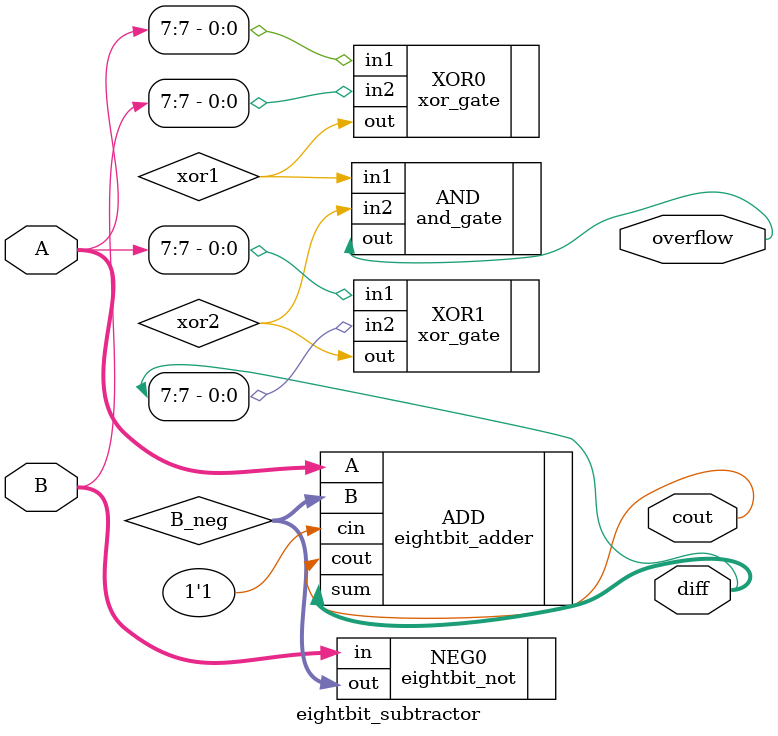
<source format=v>
`include "eightbit_not.v"
`include "eightbit_adder.v"

module eightbit_subtractor(output [7:0] diff, output overflow, output cout,
                           input [7:0] A, input [7:0] B);

  wire [7:0] B_neg;
  wire xor1, xor2;

  // Invertendo o B e colocando carry in 1 para conseguir o complemento de 2 para B
  eightbit_not NEG0 (.out(B_neg), .in(B));
  
  // Fazendo A - B (A + complemento de 2 de B)
  eightbit_adder ADD (.sum(diff), .cout(cout), .A(A), .B(B_neg), .cin(1'b1));

  // Verificando se ocorreu overflow
  xor_gate XOR0 (.out(xor1), .in1(A[7]), .in2(B[7]));      // xor1 = A7 ⊕ B7
  xor_gate XOR1 (.out(xor2), .in1(A[7]), .in2(diff[7]));   // xor2 = A7 ⊕ diff7
  and_gate AND (.out(overflow), .in1(xor1), .in2(xor2));   // overflow = xor1 & xor2

endmodule
</source>
